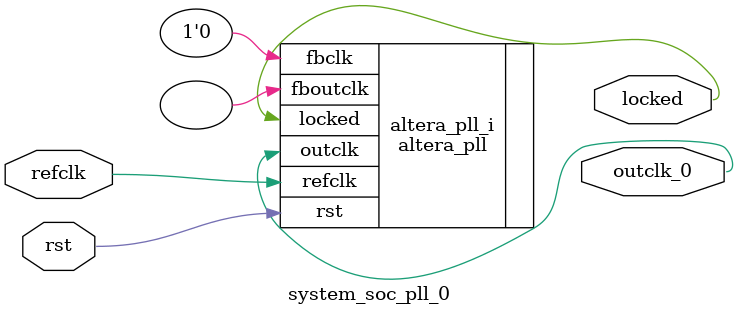
<source format=v>
`timescale 1ns/10ps
module  system_soc_pll_0(

	// interface 'refclk'
	input wire refclk,

	// interface 'reset'
	input wire rst,

	// interface 'outclk0'
	output wire outclk_0,

	// interface 'locked'
	output wire locked
);

	altera_pll #(
		.fractional_vco_multiplier("false"),
		.reference_clock_frequency("100.0 MHz"),
		.operation_mode("direct"),
		.number_of_clocks(1),
		.output_clock_frequency0("50.000000 MHz"),
		.phase_shift0("0 ps"),
		.duty_cycle0(50),
		.output_clock_frequency1("0 MHz"),
		.phase_shift1("0 ps"),
		.duty_cycle1(50),
		.output_clock_frequency2("0 MHz"),
		.phase_shift2("0 ps"),
		.duty_cycle2(50),
		.output_clock_frequency3("0 MHz"),
		.phase_shift3("0 ps"),
		.duty_cycle3(50),
		.output_clock_frequency4("0 MHz"),
		.phase_shift4("0 ps"),
		.duty_cycle4(50),
		.output_clock_frequency5("0 MHz"),
		.phase_shift5("0 ps"),
		.duty_cycle5(50),
		.output_clock_frequency6("0 MHz"),
		.phase_shift6("0 ps"),
		.duty_cycle6(50),
		.output_clock_frequency7("0 MHz"),
		.phase_shift7("0 ps"),
		.duty_cycle7(50),
		.output_clock_frequency8("0 MHz"),
		.phase_shift8("0 ps"),
		.duty_cycle8(50),
		.output_clock_frequency9("0 MHz"),
		.phase_shift9("0 ps"),
		.duty_cycle9(50),
		.output_clock_frequency10("0 MHz"),
		.phase_shift10("0 ps"),
		.duty_cycle10(50),
		.output_clock_frequency11("0 MHz"),
		.phase_shift11("0 ps"),
		.duty_cycle11(50),
		.output_clock_frequency12("0 MHz"),
		.phase_shift12("0 ps"),
		.duty_cycle12(50),
		.output_clock_frequency13("0 MHz"),
		.phase_shift13("0 ps"),
		.duty_cycle13(50),
		.output_clock_frequency14("0 MHz"),
		.phase_shift14("0 ps"),
		.duty_cycle14(50),
		.output_clock_frequency15("0 MHz"),
		.phase_shift15("0 ps"),
		.duty_cycle15(50),
		.output_clock_frequency16("0 MHz"),
		.phase_shift16("0 ps"),
		.duty_cycle16(50),
		.output_clock_frequency17("0 MHz"),
		.phase_shift17("0 ps"),
		.duty_cycle17(50),
		.pll_type("General"),
		.pll_subtype("General")
	) altera_pll_i (
		.rst	(rst),
		.outclk	({outclk_0}),
		.locked	(locked),
		.fboutclk	( ),
		.fbclk	(1'b0),
		.refclk	(refclk)
	);
endmodule


</source>
